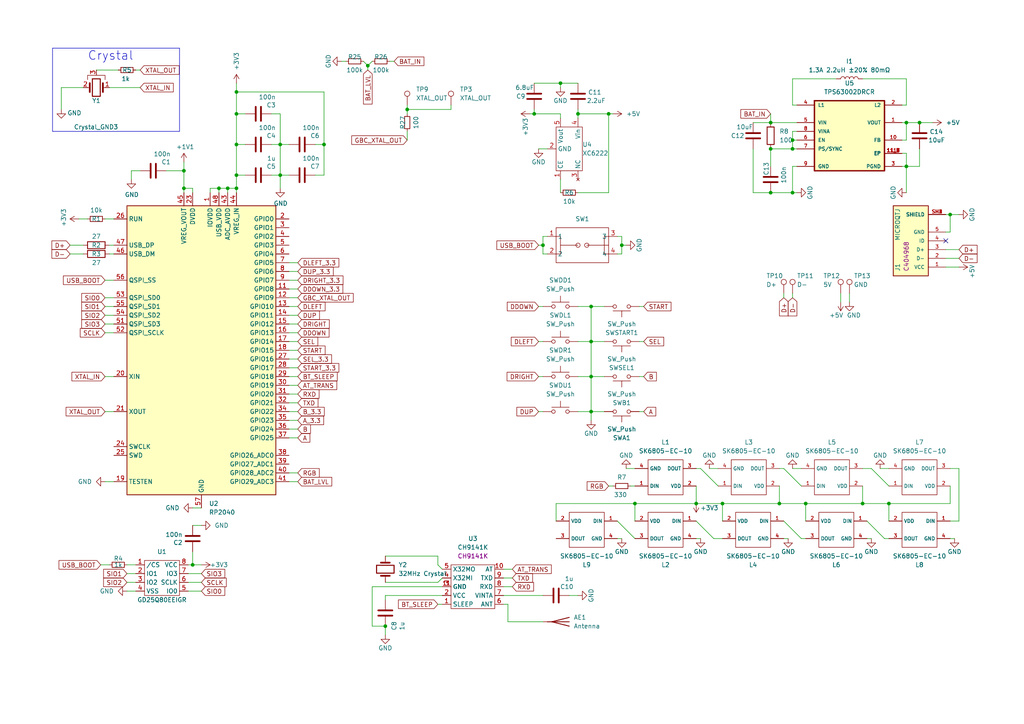
<source format=kicad_sch>
(kicad_sch (version 20231120) (generator "eeschema") (generator_version "8.0")
  (paper "A4")
  (junction (at 330.2 43.18))
  (junction (at 66.04 54.61))
  (junction (at 229.87 40.64))
  (junction (at 262.89 35.56))
  (junction (at 226.06 146.05))
  (junction (at 171.45 99.06))
  (junction (at 157.48 71.12))
  (junction (at 184.15 146.05))
  (junction (at 223.52 55.88))
  (junction (at 350.52 123.19))
  (junction (at 350.52 22.86))
  (junction (at 350.52 83.82))
  (junction (at 233.68 146.05))
  (junction (at 53.34 49.53))
  (junction (at 154.94 33.02))
  (junction (at 176.53 33.02))
  (junction (at 68.58 33.02))
  (junction (at 350.52 63.5))
  (junction (at 223.52 43.18))
  (junction (at 330.2 53.34))
  (junction (at 359.41 142.24))
  (junction (at 118.11 31.75))
  (junction (at 167.64 33.02))
  (junction (at 201.93 146.05))
  (junction (at 330.2 31.75))
  (junction (at 106.68 19.05))
  (junction (at 330.2 63.5))
  (junction (at 330.2 123.19))
  (junction (at 350.52 142.24))
  (junction (at 209.55 146.05))
  (junction (at 63.5 54.61))
  (junction (at 346.71 43.18))
  (junction (at 93.98 41.91))
  (junction (at 262.89 48.26))
  (junction (at 68.58 54.61))
  (junction (at 330.2 111.76))
  (junction (at 266.7 35.56))
  (junction (at 346.71 123.19))
  (junction (at 68.58 26.67))
  (junction (at 350.52 162.56))
  (junction (at 171.45 88.9))
  (junction (at 330.2 12.7))
  (junction (at 359.41 43.18))
  (junction (at 229.87 43.18))
  (junction (at 350.52 43.18))
  (junction (at 330.2 83.82))
  (junction (at 68.58 50.8))
  (junction (at 180.34 71.12))
  (junction (at 330.2 162.56))
  (junction (at 171.45 109.22))
  (junction (at 359.41 162.56))
  (junction (at 162.56 24.13))
  (junction (at 350.52 102.87))
  (junction (at 330.2 72.39))
  (junction (at 346.71 162.56))
  (junction (at 81.28 41.91))
  (junction (at 229.87 55.88))
  (junction (at 68.58 41.91))
  (junction (at 330.2 142.24))
  (junction (at 330.2 22.86))
  (junction (at 330.2 102.87))
  (junction (at 53.34 54.61))
  (junction (at 346.71 83.82))
  (junction (at 330.2 132.08))
  (junction (at 55.88 163.83))
  (junction (at 223.52 35.56))
  (junction (at 111.76 181.61))
  (junction (at 81.28 50.8))
  (junction (at 250.19 146.05))
  (junction (at 257.81 146.05))
  (junction (at 359.41 22.86))
  (junction (at 330.2 151.13))
  (junction (at 275.59 62.23))
  (junction (at 171.45 119.38))
  (junction (at 330.2 92.71))
  (no_connect (at 274.32 69.85))
  (wire (pts (xy 31.75 25.4) (xy 40.64 25.4)))
  (wire (pts (xy 330.2 72.39) (xy 330.2 73.66)))
  (wire (pts (xy 39.37 20.32) (xy 40.64 20.32)))
  (wire (pts (xy 341.63 115.57) (xy 341.63 111.76)))
  (wire (pts (xy 207.01 156.21) (xy 201.93 151.13)))
  (wire (pts (xy 83.82 96.52) (xy 86.36 96.52)))
  (wire (pts (xy 330.2 12.7) (xy 330.2 13.97)))
  (wire (pts (xy 36.83 166.37) (xy 39.37 166.37)))
  (wire (pts (xy 171.45 109.22) (xy 175.26 109.22)))
  (wire (pts (xy 55.88 160.02) (xy 55.88 163.83)))
  (wire (pts (xy 327.66 123.19) (xy 330.2 123.19)))
  (wire (pts (xy 201.93 156.21) (xy 203.2 156.21)))
  (wire (pts (xy 327.66 92.71) (xy 330.2 92.71)))
  (wire (pts (xy 226.06 135.89) (xy 227.33 135.89)))
  (wire (pts (xy 27.94 20.32) (xy 34.29 20.32)))
  (wire (pts (xy 350.52 72.39) (xy 350.52 73.66)))
  (wire (pts (xy 205.74 135.89) (xy 208.28 135.89)))
  (wire (pts (xy 262.89 44.45) (xy 261.62 44.45)))
  (wire (pts (xy 330.2 132.08) (xy 330.2 133.35)))
  (wire (pts (xy 111.76 181.61) (xy 111.76 184.15)))
  (wire (pts (xy 22.86 63.5) (xy 25.4 63.5)))
  (wire (pts (xy 330.2 151.13) (xy 330.2 152.4)))
  (wire (pts (xy 229.87 22.86) (xy 229.87 30.48)))
  (wire (pts (xy 275.59 140.97) (xy 275.59 146.05)))
  (wire (pts (xy 327.66 12.7) (xy 330.2 12.7)))
  (wire (pts (xy 341.63 72.39) (xy 330.2 72.39)))
  (wire (pts (xy 83.82 127) (xy 86.36 127)))
  (wire (pts (xy 218.44 35.56) (xy 223.52 35.56)))
  (wire (pts (xy 330.2 123.19) (xy 330.2 120.65)))
  (wire (pts (xy 93.98 26.67) (xy 68.58 26.67)))
  (wire (pts (xy 66.04 54.61) (xy 68.58 54.61)))
  (wire (pts (xy 223.52 33.02) (xy 223.52 35.56)))
  (wire (pts (xy 171.45 119.38) (xy 175.26 119.38)))
  (wire (pts (xy 330.2 53.34) (xy 341.63 53.34)))
  (wire (pts (xy 223.52 43.18) (xy 223.52 48.26)))
  (wire (pts (xy 255.27 135.89) (xy 257.81 135.89)))
  (wire (pts (xy 203.2 135.89) (xy 208.28 140.97)))
  (wire (pts (xy 336.55 83.82) (xy 330.2 83.82)))
  (wire (pts (xy 327.66 162.56) (xy 330.2 162.56)))
  (wire (pts (xy 157.48 68.58) (xy 158.75 68.58)))
  (wire (pts (xy 350.52 21.59) (xy 350.52 22.86)))
  (wire (pts (xy 201.93 135.89) (xy 203.2 135.89)))
  (wire (pts (xy 176.53 140.97) (xy 177.8 140.97)))
  (wire (pts (xy 350.52 31.75) (xy 350.52 33.02)))
  (wire (pts (xy 107.95 181.61) (xy 111.76 181.61)))
  (wire (pts (xy 278.13 135.89) (xy 278.13 151.13)))
  (wire (pts (xy 330.2 31.75) (xy 330.2 33.02)))
  (wire (pts (xy 167.64 88.9) (xy 171.45 88.9)))
  (wire (pts (xy 223.52 55.88) (xy 229.87 55.88)))
  (wire (pts (xy 83.82 124.46) (xy 86.36 124.46)))
  (wire (pts (xy 83.82 104.14) (xy 86.36 104.14)))
  (wire (pts (xy 106.68 19.05) (xy 106.68 20.32)))
  (wire (pts (xy 231.14 38.1) (xy 229.87 38.1)))
  (wire (pts (xy 209.55 146.05) (xy 226.06 146.05)))
  (wire (pts (xy 167.64 33.02) (xy 176.53 33.02)))
  (wire (pts (xy 68.58 50.8) (xy 68.58 54.61)))
  (wire (pts (xy 209.55 146.05) (xy 209.55 151.13)))
  (wire (pts (xy 146.05 167.64) (xy 148.59 167.64)))
  (wire (pts (xy 223.52 35.56) (xy 231.14 35.56)))
  (wire (pts (xy 350.52 151.13) (xy 350.52 152.4)))
  (polyline (pts (xy 15.24 13.97) (xy 15.24 38.1)))
  (wire (pts (xy 350.52 43.18) (xy 359.41 43.18)))
  (wire (pts (xy 111.76 172.72) (xy 111.76 173.99)))
  (wire (pts (xy 242.57 22.86) (xy 229.87 22.86)))
  (wire (pts (xy 262.89 48.26) (xy 262.89 55.88)))
  (wire (pts (xy 229.87 30.48) (xy 231.14 30.48)))
  (wire (pts (xy 227.33 156.21) (xy 228.6 156.21)))
  (wire (pts (xy 327.66 132.08) (xy 330.2 132.08)))
  (wire (pts (xy 53.34 54.61) (xy 55.88 54.61)))
  (polyline (pts (xy 52.07 38.1) (xy 15.24 38.1)))
  (wire (pts (xy 229.87 48.26) (xy 231.14 48.26)))
  (wire (pts (xy 127 168.91) (xy 128.27 167.64)))
  (wire (pts (xy 81.28 50.8) (xy 78.74 50.8)))
  (wire (pts (xy 262.89 40.64) (xy 262.89 35.56)))
  (wire (pts (xy 350.52 62.23) (xy 350.52 63.5)))
  (wire (pts (xy 29.21 163.83) (xy 31.75 163.83)))
  (wire (pts (xy 78.74 33.02) (xy 81.28 33.02)))
  (wire (pts (xy 341.63 154.94) (xy 341.63 151.13)))
  (wire (pts (xy 226.06 146.05) (xy 233.68 146.05)))
  (wire (pts (xy 275.59 135.89) (xy 278.13 135.89)))
  (wire (pts (xy 157.48 73.66) (xy 158.75 73.66)))
  (wire (pts (xy 330.2 22.86) (xy 335.28 22.86)))
  (wire (pts (xy 55.88 54.61) (xy 55.88 55.88)))
  (wire (pts (xy 209.55 156.21) (xy 207.01 156.21)))
  (wire (pts (xy 346.71 43.18) (xy 350.52 43.18)))
  (wire (pts (xy 246.38 85.09) (xy 246.38 87.63)))
  (wire (pts (xy 63.5 54.61) (xy 66.04 54.61)))
  (wire (pts (xy 231.14 40.64) (xy 229.87 40.64)))
  (wire (pts (xy 167.64 31.75) (xy 167.64 33.02)))
  (wire (pts (xy 341.63 92.71) (xy 341.63 95.25)))
  (wire (pts (xy 180.34 71.12) (xy 181.61 71.12)))
  (wire (pts (xy 83.82 93.98) (xy 86.36 93.98)))
  (wire (pts (xy 350.52 43.18) (xy 350.52 40.64)))
  (wire (pts (xy 68.58 41.91) (xy 71.12 41.91)))
  (wire (pts (xy 93.98 41.91) (xy 93.98 50.8)))
  (wire (pts (xy 330.2 140.97) (xy 330.2 142.24)))
  (wire (pts (xy 330.2 62.23) (xy 330.2 63.5)))
  (wire (pts (xy 107.95 170.18) (xy 107.95 181.61)))
  (wire (pts (xy 330.2 21.59) (xy 330.2 22.86)))
  (wire (pts (xy 327.66 22.86) (xy 330.2 22.86)))
  (wire (pts (xy 54.61 171.45) (xy 58.42 171.45)))
  (wire (pts (xy 171.45 99.06) (xy 175.26 99.06)))
  (wire (pts (xy 48.26 49.53) (xy 53.34 49.53)))
  (wire (pts (xy 243.84 85.09) (xy 243.84 87.63)))
  (wire (pts (xy 156.21 119.38) (xy 157.48 119.38)))
  (wire (pts (xy 229.87 55.88) (xy 231.14 55.88)))
  (wire (pts (xy 156.21 43.18) (xy 158.75 43.18)))
  (wire (pts (xy 201.93 146.05) (xy 209.55 146.05)))
  (wire (pts (xy 156.21 71.12) (xy 157.48 71.12)))
  (wire (pts (xy 68.58 24.13) (xy 68.58 26.67)))
  (wire (pts (xy 275.59 156.21) (xy 276.86 156.21)))
  (wire (pts (xy 359.41 43.18) (xy 360.68 43.18)))
  (wire (pts (xy 274.32 77.47) (xy 278.13 77.47)))
  (wire (pts (xy 250.19 135.89) (xy 252.73 135.89)))
  (wire (pts (xy 154.94 31.75) (xy 154.94 33.02)))
  (wire (pts (xy 83.82 86.36) (xy 86.36 86.36)))
  (wire (pts (xy 83.82 91.44) (xy 86.36 91.44)))
  (wire (pts (xy 81.28 50.8) (xy 81.28 54.61)))
  (wire (pts (xy 330.2 102.87) (xy 335.28 102.87)))
  (wire (pts (xy 179.07 73.66) (xy 180.34 73.66)))
  (wire (pts (xy 350.52 123.19) (xy 360.68 123.19)))
  (wire (pts (xy 233.68 156.21) (xy 232.41 156.21)))
  (wire (pts (xy 341.63 12.7) (xy 341.63 15.24)))
  (wire (pts (xy 91.44 41.91) (xy 93.98 41.91)))
  (wire (pts (xy 330.2 162.56) (xy 330.2 160.02)))
  (wire (pts (xy 346.71 162.56) (xy 350.52 162.56)))
  (wire (pts (xy 266.7 43.18) (xy 266.7 48.26)))
  (wire (pts (xy 359.41 22.86) (xy 360.68 22.86)))
  (wire (pts (xy 257.81 146.05) (xy 275.59 146.05)))
  (wire (pts (xy 229.87 40.64) (xy 229.87 43.18)))
  (wire (pts (xy 350.52 111.76) (xy 350.52 113.03)))
  (wire (pts (xy 93.98 26.67) (xy 93.98 41.91)))
  (wire (pts (xy 162.56 52.07) (xy 162.56 55.88)))
  (wire (pts (xy 274.32 72.39) (xy 278.13 72.39)))
  (wire (pts (xy 107.95 17.78) (xy 106.68 19.05)))
  (wire (pts (xy 262.89 35.56) (xy 266.7 35.56)))
  (wire (pts (xy 184.15 146.05) (xy 201.93 146.05)))
  (wire (pts (xy 78.74 41.91) (xy 81.28 41.91)))
  (wire (pts (xy 184.15 146.05) (xy 184.15 151.13)))
  (wire (pts (xy 167.64 119.38) (xy 171.45 119.38)))
  (wire (pts (xy 147.32 180.34) (xy 157.48 180.34)))
  (wire (pts (xy 30.48 91.44) (xy 33.02 91.44)))
  (wire (pts (xy 106.68 19.05) (xy 105.41 17.78)))
  (wire (pts (xy 262.89 30.48) (xy 261.62 30.48)))
  (wire (pts (xy 162.56 34.29) (xy 162.56 33.02)))
  (wire (pts (xy 36.83 163.83) (xy 39.37 163.83)))
  (wire (pts (xy 180.34 71.12) (xy 180.34 73.66)))
  (wire (pts (xy 83.82 119.38) (xy 86.36 119.38)))
  (wire (pts (xy 350.52 102.87) (xy 360.68 102.87)))
  (wire (pts (xy 171.45 88.9) (xy 175.26 88.9)))
  (wire (pts (xy 63.5 54.61) (xy 63.5 55.88)))
  (wire (pts (xy 350.52 92.71) (xy 350.52 93.98)))
  (wire (pts (xy 66.04 54.61) (xy 66.04 55.88)))
  (wire (pts (xy 161.29 146.05) (xy 161.29 151.13)))
  (wire (pts (xy 30.48 93.98) (xy 33.02 93.98)))
  (wire (pts (xy 130.81 30.48) (xy 130.81 31.75)))
  (wire (pts (xy 68.58 41.91) (xy 68.58 50.8)))
  (wire (pts (xy 347.98 22.86) (xy 350.52 22.86)))
  (wire (pts (xy 186.69 99.06) (xy 185.42 99.06)))
  (wire (pts (xy 266.7 35.56) (xy 270.51 35.56)))
  (wire (pts (xy 179.07 156.21) (xy 180.34 156.21)))
  (wire (pts (xy 182.88 140.97) (xy 184.15 140.97)))
  (wire (pts (xy 233.68 146.05) (xy 250.19 146.05)))
  (wire (pts (xy 71.12 33.02) (xy 68.58 33.02)))
  (wire (pts (xy 83.82 137.16) (xy 86.36 137.16)))
  (wire (pts (xy 146.05 165.1) (xy 148.59 165.1)))
  (wire (pts (xy 350.52 101.6) (xy 350.52 102.87)))
  (wire (pts (xy 53.34 46.99) (xy 53.34 49.53)))
  (wire (pts (xy 350.52 162.56) (xy 359.41 162.56)))
  (wire (pts (xy 31.75 71.12) (xy 33.02 71.12)))
  (wire (pts (xy 127 161.29) (xy 127 163.83)))
  (wire (pts (xy 336.55 162.56) (xy 330.2 162.56)))
  (wire (pts (xy 252.73 135.89) (xy 257.81 140.97)))
  (wire (pts (xy 350.52 12.7) (xy 350.52 13.97)))
  (wire (pts (xy 336.55 123.19) (xy 330.2 123.19)))
  (wire (pts (xy 60.96 55.88) (xy 60.96 54.61)))
  (wire (pts (xy 229.87 38.1) (xy 229.87 40.64)))
  (wire (pts (xy 347.98 102.87) (xy 350.52 102.87)))
  (wire (pts (xy 227.33 85.09) (xy 227.33 86.36)))
  (wire (pts (xy 327.66 83.82) (xy 330.2 83.82)))
  (wire (pts (xy 345.44 83.82) (xy 346.71 83.82)))
  (wire (pts (xy 261.62 40.64) (xy 262.89 40.64)))
  (wire (pts (xy 186.69 109.22) (xy 185.42 109.22)))
  (wire (pts (xy 229.87 85.09) (xy 229.87 86.36)))
  (wire (pts (xy 54.61 163.83) (xy 55.88 163.83)))
  (wire (pts (xy 30.48 86.36) (xy 33.02 86.36)))
  (wire (pts (xy 345.44 162.56) (xy 346.71 162.56)))
  (wire (pts (xy 327.66 43.18) (xy 330.2 43.18)))
  (wire (pts (xy 330.2 53.34) (xy 330.2 54.61)))
  (wire (pts (xy 99.06 17.78) (xy 100.33 17.78)))
  (wire (pts (xy 24.13 71.12) (xy 20.32 71.12)))
  (wire (pts (xy 161.29 146.05) (xy 184.15 146.05)))
  (wire (pts (xy 167.64 34.29) (xy 167.64 33.02)))
  (wire (pts (xy 153.67 33.02) (xy 154.94 33.02)))
  (wire (pts (xy 350.52 140.97) (xy 350.52 142.24)))
  (wire (pts (xy 83.82 111.76) (xy 86.36 111.76)))
  (wire (pts (xy 111.76 172.72) (xy 128.27 172.72)))
  (wire (pts (xy 274.32 62.23) (xy 275.59 62.23)))
  (wire (pts (xy 83.82 76.2) (xy 86.36 76.2)))
  (wire (pts (xy 341.63 111.76) (xy 330.2 111.76)))
  (wire (pts (xy 30.48 109.22) (xy 33.02 109.22)))
  (wire (pts (xy 54.61 168.91) (xy 58.42 168.91)))
  (wire (pts (xy 256.54 156.21) (xy 251.46 151.13)))
  (wire (pts (xy 31.75 73.66) (xy 33.02 73.66)))
  (wire (pts (xy 36.83 168.91) (xy 39.37 168.91)))
  (wire (pts (xy 156.21 88.9) (xy 157.48 88.9)))
  (wire (pts (xy 341.63 35.56) (xy 341.63 31.75)))
  (wire (pts (xy 330.2 92.71) (xy 341.63 92.71)))
  (wire (pts (xy 167.64 55.88) (xy 176.53 55.88)))
  (wire (pts (xy 330.2 43.18) (xy 330.2 40.64)))
  (wire (pts (xy 68.58 26.67) (xy 68.58 33.02)))
  (wire (pts (xy 36.83 171.45) (xy 39.37 171.45)))
  (wire (pts (xy 107.95 170.18) (xy 128.27 170.18)))
  (wire (pts (xy 83.82 114.3) (xy 86.36 114.3)))
  (wire (pts (xy 262.89 22.86) (xy 262.89 30.48)))
  (wire (pts (xy 93.98 50.8) (xy 91.44 50.8)))
  (wire (pts (xy 157.48 71.12) (xy 157.48 73.66)))
  (wire (pts (xy 262.89 44.45) (xy 262.89 48.26)))
  (wire (pts (xy 350.52 132.08) (xy 350.52 133.35)))
  (wire (pts (xy 232.41 156.21) (xy 227.33 151.13)))
  (wire (pts (xy 118.11 31.75) (xy 130.81 31.75)))
  (wire (pts (xy 118.11 38.1) (xy 118.11 40.64)))
  (wire (pts (xy 167.64 99.06) (xy 171.45 99.06)))
  (wire (pts (xy 186.69 119.38) (xy 185.42 119.38)))
  (wire (pts (xy 83.82 99.06) (xy 86.36 99.06)))
  (wire (pts (xy 30.48 139.7) (xy 33.02 139.7)))
  (wire (pts (xy 147.32 175.26) (xy 147.32 180.34)))
  (wire (pts (xy 233.68 146.05) (xy 233.68 151.13)))
  (wire (pts (xy 350.52 162.56) (xy 350.52 160.02)))
  (wire (pts (xy 146.05 172.72) (xy 157.48 172.72)))
  (wire (pts (xy 350.52 53.34) (xy 350.52 54.61)))
  (wire (pts (xy 350.52 83.82) (xy 350.52 81.28)))
  (wire (pts (xy 83.82 88.9) (xy 86.36 88.9)))
  (wire (pts (xy 341.63 151.13) (xy 330.2 151.13)))
  (wire (pts (xy 257.81 146.05) (xy 257.81 151.13)))
  (wire (pts (xy 83.82 78.74) (xy 86.36 78.74)))
  (wire (pts (xy 347.98 142.24) (xy 350.52 142.24)))
  (wire (pts (xy 53.34 49.53) (xy 53.34 54.61)))
  (wire (pts (xy 162.56 24.13) (xy 167.64 24.13)))
  (wire (pts (xy 346.71 123.19) (xy 350.52 123.19)))
  (wire (pts (xy 201.93 140.97) (xy 201.93 146.05)))
  (wire (pts (xy 275.59 62.23) (xy 278.13 62.23)))
  (wire (pts (xy 266.7 48.26) (xy 262.89 48.26)))
  (wire (pts (xy 261.62 35.56) (xy 262.89 35.56)))
  (wire (pts (xy 111.76 168.91) (xy 127 168.91)))
  (wire (pts (xy 30.48 81.28) (xy 33.02 81.28)))
  (wire (pts (xy 350.52 63.5) (xy 360.68 63.5)))
  (wire (pts (xy 30.48 96.52) (xy 33.02 96.52)))
  (wire (pts (xy 68.58 33.02) (xy 68.58 41.91)))
  (wire (pts (xy 17.78 25.4) (xy 24.13 25.4)))
  (wire (pts (xy 171.45 99.06) (xy 171.45 109.22)))
  (wire (pts (xy 30.48 88.9) (xy 33.02 88.9)))
  (wire (pts (xy 345.44 43.18) (xy 346.71 43.18)))
  (wire (pts (xy 275.59 151.13) (xy 278.13 151.13)))
  (wire (pts (xy 345.44 123.19) (xy 346.71 123.19)))
  (wire (pts (xy 55.88 163.83) (xy 58.42 163.83)))
  (wire (pts (xy 40.64 49.53) (xy 38.1 49.53)))
  (wire (pts (xy 327.66 63.5) (xy 330.2 63.5)))
  (polyline (pts (xy 52.07 13.97) (xy 52.07 38.1)))
  (wire (pts (xy 68.58 54.61) (xy 68.58 55.88)))
  (wire (pts (xy 359.41 162.56) (xy 360.68 162.56)))
  (wire (pts (xy 336.55 43.18) (xy 330.2 43.18)))
  (wire (pts (xy 83.82 101.6) (xy 86.36 101.6)))
  (wire (pts (xy 156.21 99.06) (xy 157.48 99.06)))
  (wire (pts (xy 83.82 121.92) (xy 86.36 121.92)))
  (wire (pts (xy 251.46 156.21) (xy 252.73 156.21)))
  (wire (pts (xy 83.82 116.84) (xy 86.36 116.84)))
  (wire (pts (xy 341.63 132.08) (xy 341.63 134.62)))
  (wire (pts (xy 250.19 22.86) (xy 262.89 22.86)))
  (wire (pts (xy 227.33 135.89) (xy 232.41 140.97)))
  (wire (pts (xy 330.2 132.08) (xy 341.63 132.08)))
  (wire (pts (xy 81.28 41.91) (xy 81.28 50.8)))
  (wire (pts (xy 111.76 161.29) (xy 127 161.29)))
  (wire (pts (xy 81.28 41.91) (xy 83.82 41.91)))
  (wire (pts (xy 17.78 25.4) (xy 17.78 31.75)))
  (wire (pts (xy 257.81 156.21) (xy 256.54 156.21)))
  (wire (pts (xy 162.56 33.02) (xy 154.94 33.02)))
  (wire (pts (xy 157.48 68.58) (xy 157.48 71.12)))
  (wire (pts (xy 128.27 165.1) (xy 127 163.83)))
  (wire (pts (xy 341.63 31.75) (xy 330.2 31.75)))
  (wire (pts (xy 184.15 156.21) (xy 179.07 151.13)))
  (wire (pts (xy 113.03 17.78) (xy 114.3 17.78)))
  (wire (pts (xy 229.87 135.89) (xy 232.41 135.89)))
  (wire (pts (xy 274.32 74.93) (xy 278.13 74.93)))
  (wire (pts (xy 171.45 119.38) (xy 171.45 121.92)))
  (wire (pts (xy 229.87 48.26) (xy 229.87 55.88)))
  (wire (pts (xy 330.2 63.5) (xy 335.28 63.5)))
  (wire (pts (xy 327.66 142.24) (xy 330.2 142.24)))
  (wire (pts (xy 83.82 83.82) (xy 86.36 83.82)))
  (wire (pts (xy 38.1 49.53) (xy 38.1 52.07)))
  (wire (pts (xy 330.2 12.7) (xy 341.63 12.7)))
  (wire (pts (xy 330.2 83.82) (xy 330.2 81.28)))
  (wire (pts (xy 83.82 81.28) (xy 86.36 81.28)))
  (wire (pts (xy 350.52 83.82) (xy 360.68 83.82)))
  (wire (pts (xy 118.11 30.48) (xy 118.11 31.75)))
  (wire (pts (xy 176.53 33.02) (xy 177.8 33.02)))
  (wire (pts (xy 341.63 53.34) (xy 341.63 55.88)))
  (wire (pts (xy 68.58 50.8) (xy 71.12 50.8)))
  (wire (pts (xy 186.69 88.9) (xy 185.42 88.9)))
  (wire (pts (xy 180.34 68.58) (xy 180.34 71.12)))
  (wire (pts (xy 179.07 68.58) (xy 180.34 68.58)))
  (wire (pts (xy 30.48 63.5) (xy 33.02 63.5)))
  (wire (pts (xy 127 175.26) (xy 128.27 175.26)))
  (wire (pts (xy 341.63 76.2) (xy 341.63 72.39)))
  (wire (pts (xy 330.2 92.71) (xy 330.2 93.98)))
  (wire (pts (xy 83.82 109.22) (xy 86.36 109.22)))
  (wire (pts (xy 218.44 43.18) (xy 218.44 55.88)))
  (wire (pts (xy 223.52 43.18) (xy 229.87 43.18)))
  (wire (pts (xy 250.19 140.97) (xy 250.19 146.05)))
  (wire (pts (xy 154.94 24.13) (xy 162.56 24.13)))
  (wire (pts (xy 250.19 146.05) (xy 257.81 146.05)))
  (wire (pts (xy 181.61 135.89) (xy 184.15 135.89)))
  (wire (pts (xy 162.56 24.13) (xy 162.56 25.4)))
  (wire (pts (xy 167.64 109.22) (xy 171.45 109.22)))
  (wire (pts (xy 229.87 43.18) (xy 231.14 43.18)))
  (wire (pts (xy 274.32 67.31) (xy 275.59 67.31)))
  (wire (pts (xy 146.05 170.18) (xy 148.59 170.18)))
  (wire (pts (xy 81.28 50.8) (xy 83.82 50.8)))
  (polyline (pts (xy 15.24 13.97) (xy 52.07 13.97)))
  (wire (pts (xy 171.45 109.22) (xy 171.45 119.38)))
  (wire (pts (xy 81.28 33.02) (xy 81.28 41.91)))
  (wire (pts (xy 275.59 67.31) (xy 275.59 62.23)))
  (wire (pts (xy 146.05 175.26) (xy 147.32 175.26)))
  (wire (pts (xy 83.82 106.68) (xy 86.36 106.68)))
  (wire (pts (xy 53.34 54.61) (xy 53.34 55.88)))
  (wire (pts (xy 24.13 73.66) (xy 20.32 73.66)))
  (wire (pts (xy 165.1 172.72) (xy 167.64 172.72)))
  (wire (pts (xy 350.52 142.24) (xy 359.41 142.24)))
  (wire (pts (xy 30.48 119.38) (xy 33.02 119.38)))
  (wire (pts (xy 176.53 33.02) (xy 176.53 55.88)))
  (wire (pts (xy 55.88 147.32) (xy 58.42 147.32)))
  (wire (pts (xy 60.96 54.61) (xy 63.5 54.61)))
  (wire (pts (xy 359.41 142.24) (xy 360.68 142.24)))
  (wire (pts (xy 330.2 142.24) (xy 335.28 142.24)))
  (wire (pts (xy 83.82 139.7) (xy 86.36 139.7)))
  (wire (pts (xy 346.71 83.82) (xy 350.52 83.82)))
  (wire (pts (xy 330.2 111.76) (xy 330.2 113.03)))
  (wire (pts (xy 350.52 123.19) (xy 350.52 120.65)))
  (wire (pts (xy 118.11 31.75) (xy 118.11 33.02)))
  (wire (pts (xy 347.98 63.5) (xy 350.52 63.5)))
  (wire (pts (xy 327.66 53.34) (xy 330.2 53.34)))
  (wire (pts (xy 350.52 22.86) (xy 359.41 22.86)))
  (wire (pts (xy 55.88 152.4) (xy 58.42 152.4)))
  (wire (pts (xy 226.06 140.97) (xy 226.06 146.05)))
  (wire (pts (xy 330.2 101.6) (xy 330.2 102.87)))
  (wire (pts (xy 218.44 55.88) (xy 223.52 55.88)))
  (wire (pts (xy 262.89 48.26) (xy 261.62 48.26)))
  (wire (pts (xy 156.21 109.22) (xy 157.48 109.22)))
  (wire (pts (xy 327.66 102.87) (xy 330.2 102.87)))
  (wire (pts (xy 171.45 88.9) (xy 171.45 99.06)))
  (wire (pts (xy 54.61 166.37) (xy 58.42 166.37)))
  (text "Crystal" (at 25.4 17.78 0) (effects (font (size 2.54 2.54)) (justify left bottom)))
  (global_label "BAT_IN" (shape input) (at 223.52 33.02 180) (property "Intersheetrefs" "${INTERSHEET_REFS}" (effects (hide yes))))
  (global_label "SCLK" (shape input) (at 58.42 168.91 0) (property "Intersheetrefs" "${INTERSHEET_REFS}" (effects (hide yes))))
  (global_label "DUP" (shape input) (at 156.21 119.38 180) (property "Intersheetrefs" "${INTERSHEET_REFS}" (effects (hide yes))))
  (global_label "SEL_3.3" (shape input) (at 327.66 142.24 180) (property "Intersheetrefs" "${INTERSHEET_REFS}" (effects (hide yes))))
  (global_label "D+" (shape input) (at 278.13 72.39 0) (property "Intersheetrefs" "${INTERSHEET_REFS}" (effects (hide yes))))
  (global_label "TXD" (shape input) (at 86.36 116.84 0) (property "Intersheetrefs" "${INTERSHEET_REFS}" (effects (hide yes))))
  (global_label "START" (shape input) (at 186.69 88.9 0) (property "Intersheetrefs" "${INTERSHEET_REFS}" (effects (hide yes))))
  (global_label "B" (shape input) (at 86.36 124.46 0) (property "Intersheetrefs" "${INTERSHEET_REFS}" (effects (hide yes))))
  (global_label "XTAL_IN" (shape input) (at 30.48 109.22 180) (property "Intersheetrefs" "${INTERSHEET_REFS}" (effects (hide yes))))
  (global_label "RGB" (shape input) (at 86.36 137.16 0) (property "Intersheetrefs" "${INTERSHEET_REFS}" (effects (hide yes))))
  (global_label "DLEFT_3.3" (shape input) (at 327.66 83.82 180) (property "Intersheetrefs" "${INTERSHEET_REFS}" (effects (hide yes))))
  (global_label "RGB" (shape input) (at 176.53 140.97 180) (property "Intersheetrefs" "${INTERSHEET_REFS}" (effects (hide yes))))
  (global_label "GBC_XTAL_OUT" (shape input) (at 86.36 86.36 0) (property "Intersheetrefs" "${INTERSHEET_REFS}" (effects (hide yes))))
  (global_label "START_3.3" (shape input) (at 327.66 162.56 180) (property "Intersheetrefs" "${INTERSHEET_REFS}" (effects (hide yes))))
  (global_label "SIO3" (shape input) (at 30.48 93.98 180) (property "Intersheetrefs" "${INTERSHEET_REFS}" (effects (hide yes))))
  (global_label "A" (shape input) (at 86.36 127 0) (property "Intersheetrefs" "${INTERSHEET_REFS}" (effects (hide yes))))
  (global_label "USB_BOOT" (shape input) (at 29.21 163.83 180) (property "Intersheetrefs" "${INTERSHEET_REFS}" (effects (hide yes))))
  (global_label "DRIGHT_5" (shape input) (at 360.68 123.19 0) (property "Intersheetrefs" "${INTERSHEET_REFS}" (effects (hide yes))))
  (global_label "RXD" (shape input) (at 148.59 170.18 0) (property "Intersheetrefs" "${INTERSHEET_REFS}" (effects (hide yes))))
  (global_label "GBC_XTAL_OUT" (shape input) (at 118.11 40.64 180) (property "Intersheetrefs" "${INTERSHEET_REFS}" (effects (hide yes))))
  (global_label "XTAL_OUT" (shape input) (at 30.48 119.38 180) (property "Intersheetrefs" "${INTERSHEET_REFS}" (effects (hide yes))))
  (global_label "DUP_5" (shape input) (at 360.68 63.5 0) (property "Intersheetrefs" "${INTERSHEET_REFS}" (effects (hide yes))))
  (global_label "DLEFT_3.3" (shape input) (at 86.36 76.2 0) (property "Intersheetrefs" "${INTERSHEET_REFS}" (effects (hide yes))))
  (global_label "DDOWN_3.3" (shape input) (at 327.66 102.87 180) (property "Intersheetrefs" "${INTERSHEET_REFS}" (effects (hide yes))))
  (global_label "DLEFT" (shape input) (at 156.21 99.06 180) (property "Intersheetrefs" "${INTERSHEET_REFS}" (effects (hide yes))))
  (global_label "A_5" (shape input) (at 360.68 22.86 0) (property "Intersheetrefs" "${INTERSHEET_REFS}" (effects (hide yes))))
  (global_label "RXD" (shape input) (at 86.36 114.3 0) (property "Intersheetrefs" "${INTERSHEET_REFS}" (effects (hide yes))))
  (global_label "SEL" (shape input) (at 86.36 99.06 0) (property "Intersheetrefs" "${INTERSHEET_REFS}" (effects (hide yes))))
  (global_label "B" (shape input) (at 186.69 109.22 0) (property "Intersheetrefs" "${INTERSHEET_REFS}" (effects (hide yes))))
  (global_label "DLEFT_5" (shape input) (at 360.68 83.82 0) (property "Intersheetrefs" "${INTERSHEET_REFS}" (effects (hide yes))))
  (global_label "A_3.3" (shape input) (at 327.66 22.86 180) (property "Intersheetrefs" "${INTERSHEET_REFS}" (effects (hide yes))))
  (global_label "DDOWN_5" (shape input) (at 360.68 102.87 0) (property "Intersheetrefs" "${INTERSHEET_REFS}" (effects (hide yes))))
  (global_label "XTAL_IN" (shape input) (at 40.64 25.4 0) (property "Intersheetrefs" "${INTERSHEET_REFS}" (effects (hide yes))))
  (global_label "A_3.3" (shape input) (at 86.36 121.92 0) (property "Intersheetrefs" "${INTERSHEET_REFS}" (effects (hide yes))))
  (global_label "D+" (shape input) (at 20.32 71.12 180) (property "Intersheetrefs" "${INTERSHEET_REFS}" (effects (hide yes))))
  (global_label "DRIGHT" (shape input) (at 156.21 109.22 180) (property "Intersheetrefs" "${INTERSHEET_REFS}" (effects (hide yes))))
  (global_label "DUP_3.3" (shape input) (at 327.66 63.5 180) (property "Intersheetrefs" "${INTERSHEET_REFS}" (effects (hide yes))))
  (global_label "B_3.3" (shape input) (at 327.66 43.18 180) (property "Intersheetrefs" "${INTERSHEET_REFS}" (effects (hide yes))))
  (global_label "BAT_IN" (shape input) (at 114.3 17.78 0) (property "Intersheetrefs" "${INTERSHEET_REFS}" (effects (hide yes))))
  (global_label "DDOWN" (shape input) (at 156.21 88.9 180) (property "Intersheetrefs" "${INTERSHEET_REFS}" (effects (hide yes))))
  (global_label "D-" (shape input) (at 20.32 73.66 180) (property "Intersheetrefs" "${INTERSHEET_REFS}" (effects (hide yes))))
  (global_label "SIO1" (shape input) (at 36.83 166.37 180) (property "Intersheetrefs" "${INTERSHEET_REFS}" (effects (hide yes))))
  (global_label "SIO0" (shape input) (at 58.42 171.45 0) (property "Intersheetrefs" "${INTERSHEET_REFS}" (effects (hide yes))))
  (global_label "SEL_5" (shape input) (at 360.68 142.24 0) (property "Intersheetrefs" "${INTERSHEET_REFS}" (effects (hide yes))))
  (global_label "DLEFT" (shape input) (at 86.36 88.9 0) (property "Intersheetrefs" "${INTERSHEET_REFS}" (effects (hide yes))))
  (global_label "START_5" (shape input) (at 360.68 162.56 0) (property "Intersheetrefs" "${INTERSHEET_REFS}" (effects (hide yes))))
  (global_label "USB_BOOT" (shape input) (at 30.48 81.28 180) (property "Intersheetrefs" "${INTERSHEET_REFS}" (effects (hide yes))))
  (global_label "AT_TRANS" (shape input) (at 86.36 111.76 0) (property "Intersheetrefs" "${INTERSHEET_REFS}" (effects (hide yes))))
  (global_label "SEL_3.3" (shape input) (at 86.36 104.14 0) (property "Intersheetrefs" "${INTERSHEET_REFS}" (effects (hide yes))))
  (global_label "DUP_3.3" (shape input) (at 86.36 78.74 0) (property "Intersheetrefs" "${INTERSHEET_REFS}" (effects (hide yes))))
  (global_label "TXD" (shape input) (at 148.59 167.64 0) (property "Intersheetrefs" "${INTERSHEET_REFS}" (effects (hide yes))))
  (global_label "B_5" (shape input) (at 360.68 43.18 0) (property "Intersheetrefs" "${INTERSHEET_REFS}" (effects (hide yes))))
  (global_label "BT_SLEEP" (shape input) (at 86.36 109.22 0) (property "Intersheetrefs" "${INTERSHEET_REFS}" (effects (hide yes))))
  (global_label "SIO2" (shape input) (at 36.83 168.91 180) (property "Intersheetrefs" "${INTERSHEET_REFS}" (effects (hide yes))))
  (global_label "D-" (shape input) (at 229.87 86.36 270) (property "Intersheetrefs" "${INTERSHEET_REFS}" (effects (hide yes))))
  (global_label "SCLK" (shape input) (at 30.48 96.52 180) (property "Intersheetrefs" "${INTERSHEET_REFS}" (effects (hide yes))))
  (global_label "SEL" (shape input) (at 186.69 99.06 0) (property "Intersheetrefs" "${INTERSHEET_REFS}" (effects (hide yes))))
  (global_label "DUP" (shape input) (at 86.36 91.44 0) (property "Intersheetrefs" "${INTERSHEET_REFS}" (effects (hide yes))))
  (global_label "D-" (shape input) (at 278.13 74.93 0) (property "Intersheetrefs" "${INTERSHEET_REFS}" (effects (hide yes))))
  (global_label "DRIGHT_3.3" (shape input) (at 327.66 123.19 180) (property "Intersheetrefs" "${INTERSHEET_REFS}" (effects (hide yes))))
  (global_label "B_3.3" (shape input) (at 86.36 119.38 0) (property "Intersheetrefs" "${INTERSHEET_REFS}" (effects (hide yes))))
  (global_label "BT_SLEEP" (shape input) (at 127 175.26 180) (property "Intersheetrefs" "${INTERSHEET_REFS}" (effects (hide yes))))
  (global_label "XTAL_OUT" (shape input) (at 40.64 20.32 0) (property "Intersheetrefs" "${INTERSHEET_REFS}" (effects (hide yes))))
  (global_label "SIO0" (shape input) (at 30.48 86.36 180) (property "Intersheetrefs" "${INTERSHEET_REFS}" (effects (hide yes))))
  (global_label "SIO2" (shape input) (at 30.48 91.44 180) (property "Intersheetrefs" "${INTERSHEET_REFS}" (effects (hide yes))))
  (global_label "D+" (shape input) (at 227.33 86.36 270) (property "Intersheetrefs" "${INTERSHEET_REFS}" (effects (hide yes))))
  (global_label "BAT_LVL" (shape input) (at 86.36 139.7 0) (property "Intersheetrefs" "${INTERSHEET_REFS}" (effects (hide yes))))
  (global_label "A" (shape input) (at 186.69 119.38 0) (property "Intersheetrefs" "${INTERSHEET_REFS}" (effects (hide yes))))
  (global_label "DRIGHT_3.3" (shape input) (at 86.36 81.28 0) (property "Intersheetrefs" "${INTERSHEET_REFS}" (effects (hide yes))))
  (global_label "DDOWN" (shape input) (at 86.36 96.52 0) (property "Intersheetrefs" "${INTERSHEET_REFS}" (effects (hide yes))))
  (global_label "START_3.3" (shape input) (at 86.36 106.68 0) (property "Intersheetrefs" "${INTERSHEET_REFS}" (effects (hide yes))))
  (global_label "START" (shape input) (at 86.36 101.6 0) (property "Intersheetrefs" "${INTERSHEET_REFS}" (effects (hide yes))))
  (global_label "SIO1" (shape input) (at 30.48 88.9 180) (property "Intersheetrefs" "${INTERSHEET_REFS}" (effects (hide yes))))
  (global_label "DRIGHT" (shape input) (at 86.36 93.98 0) (property "Intersheetrefs" "${INTERSHEET_REFS}" (effects (hide yes))))
  (global_label "SIO3" (shape input) (at 58.42 166.37 0) (property "Intersheetrefs" "${INTERSHEET_REFS}" (effects (hide yes))))
  (global_label "USB_BOOT" (shape input) (at 156.21 71.12 180) (property "Intersheetrefs" "${INTERSHEET_REFS}" (effects (hide yes))))
  (global_label "AT_TRANS" (shape input) (at 148.59 165.1 0) (property "Intersheetrefs" "${INTERSHEET_REFS}" (effects (hide yes))))
  (global_label "BAT_LVL" (shape input) (at 106.68 20.32 270) (property "Intersheetrefs" "${INTERSHEET_REFS}" (effects (hide yes))))
  (global_label "DDOWN_3.3" (shape input) (at 86.36 83.82 0) (property "Intersheetrefs" "${INTERSHEET_REFS}" (effects (hide yes))))
  (symbol (lib_id "Device:R") (at 350.52 116.84 0) (unit 1)
    (property "Reference" "R22" (at 353.06 115.5699 0) (effects (justify left)))
    (property "Value" "1k" (at 353.06 118.1099 0) (effects (justify left)))
    (property "Footprint" "Resistor_SMD:R_0201_0603Metric" (effects (hide yes)))
  )
  (symbol (lib_id "Device:Crystal") (at 111.76 165.1 270) (unit 1)
    (property "Reference" "Y2" (at 115.57 163.83 90) (effects (justify left)))
    (property "Value" "32MHz Crystal" (at 115.57 166.37 90) (effects (justify left)))
    (property "Footprint" "Oscillator:Oscillator_SMD_EuroQuartz_XO32-4Pin_3.2x2.5mm" (effects (hide yes)))
    (property "Datasheet" "https://www.lcsc.com/datasheet/lcsc_datasheet_2309061001_JWT-CF4032M00012T5074007_C16197273.pdf" (effects (hide yes)))
    (property "MPN" "CF4032M00012T5074007" (effects (hide yes)))
  )
  (symbol (lib_id "Device:R") (at 330.2 156.21 0) (unit 1)
    (property "Reference" "R16" (at 332.74 154.9399 0) (effects (justify left)))
    (property "Value" "1k" (at 332.74 157.4799 0) (effects (justify left)))
    (property "Footprint" "Resistor_SMD:R_0201_0603Metric" (effects (hide yes)))
  )
  (symbol (lib_id "power:GND") (at 167.64 172.72 90) (unit 1)
    (property "Reference" "#PWR016" (effects (hide yes)))
    (property "Value" "GND" (at 171.45 172.72 0))
  )
  (symbol (lib_id "Device:R") (at 350.52 58.42 0) (unit 1)
    (property "Reference" "R19" (at 353.06 57.1499 0) (effects (justify left)))
    (property "Value" "1k" (at 353.06 59.6899 0) (effects (justify left)))
    (property "Footprint" "Resistor_SMD:R_0201_0603Metric" (effects (hide yes)))
  )
  (symbol (lib_id "power:GND") (at 38.1 52.07 0) (unit 1)
    (property "Reference" "#PWR05" (effects (hide yes)))
    (property "Value" "GND" (at 38.227 56.4642 0))
  )
  (symbol (lib_id "power:GND") (at 255.27 135.89 180) (unit 1)
    (property "Reference" "#PWR027" (effects (hide yes)))
    (property "Value" "GND" (at 255.27 132.08 0))
  )
  (symbol (lib_id "power:GND") (at 156.21 43.18 0) (unit 1)
    (property "Reference" "#PWR014" (effects (hide yes)))
    (property "Value" "GND" (at 156.21 46.99 0))
  )
  (symbol (lib_id "Device:C") (at 154.94 27.94 180) (unit 1)
    (property "Reference" "C9" (at 152.4 27.94 0) (effects (justify left)))
    (property "Value" "6.8uF" (at 154.94 25.4 0) (effects (justify left)))
    (property "Footprint" "Capacitor_SMD:C_0603_1608Metric" (effects (hide yes)))
  )
  (symbol (lib_id "power:+5V") (at 350.52 111.76 270) (unit 1)
    (property "Reference" "#PWR044" (effects (hide yes)))
    (property "Value" "+5V" (at 354.33 111.76 90) (effects (justify left)))
  )
  (symbol (lib_id "hhl:MICROQTJ") (at 264.16 69.85 180) (unit 1)
    (property "Reference" "J1" (at 260.35 78.74 90) (effects (justify right)))
    (property "Value" "MICROQTJ" (at 260.35 69.85 90) (effects (justify right)))
    (property "Footprint" "hhl:SHOUHAN_MICROQTJ" (effects (hide yes)))
    (property "Datasheet" "https://www.lcsc.com/datasheet/lcsc_datasheet_1912111437_SHOU-HAN-MicroQTJ_C404968.pdf" (effects (hide yes)))
    (property "Description" "\n" (effects (hide yes)))
    (property "MF" "shou han" (effects (hide yes)))
    (property "MAXIMUM_PACKAGE_HEIGHT" "2.4 mm" (effects (hide yes)))
    (property "Package" "None" (effects (hide yes)))
    (property "Price" "None" (effects (hide yes)))
    (property "Check_prices" "https://www.snapeda.com/parts/MICROQTJ/Shouhan/view-part/?ref=eda" (effects (hide yes)))
    (property "STANDARD" "Manufacturer Recommendations" (effects (hide yes)))
    (property "PARTREV" "A/0" (effects (hide yes)))
    (property "SnapEDA_Link" "https://www.snapeda.com/parts/MICROQTJ/Shouhan/view-part/?ref=snap" (effects (hide yes)))
    (property "MPN" "MICROQTJ" (effects (hide yes)))
    (property "MANUFACTURER" "Shouhan" (effects (hide yes)))
    (property "Availability" "Not in stock" (effects (hide yes)))
    (property "SNAPEDA_PN" "MICROQTJ" (effects (hide yes)))
    (property "LCSC" "C404968" (at 262.89 78.74 90) (effects (justify right)))
  )
  (symbol (lib_id "Device:R") (at 350.52 17.78 0) (unit 1)
    (property "Reference" "R17" (at 353.06 16.5099 0) (effects (justify left)))
    (property "Value" "1k" (at 353.06 19.0499 0) (effects (justify left)))
    (property "Footprint" "Resistor_SMD:R_0201_0603Metric" (effects (hide yes)))
  )
  (symbol (lib_id "power:GND") (at 58.42 152.4 90) (unit 1)
    (property "Reference" "#PWR08" (effects (hide yes)))
    (property "Value" "GND" (at 62.23 152.4 90) (effects (justify right)))
  )
  (symbol (lib_id "power:GND") (at 181.61 71.12 90) (unit 1)
    (property "Reference" "#PWR018" (effects (hide yes)))
    (property "Value" "GND" (at 185.42 71.12 0))
  )
  (symbol (lib_id "Connector:TestPoint") (at 246.38 85.09 0) (unit 1)
    (property "Reference" "TP13" (at 247.65 80.01 0) (effects (justify left)))
    (property "Value" "GND" (at 247.65 82.55 0) (effects (justify left)))
    (property "Footprint" "TestPoint:TestPoint_Pad_2.5x2.5mm" (effects (hide yes)))
  )
  (symbol (lib_id "Device:C") (at 218.44 39.37 180) (unit 1)
    (property "Reference" "C12" (at 215.9 39.37 0) (effects (justify left)))
    (property "Value" "10uF" (at 218.44 36.83 0) (effects (justify left)))
    (property "Footprint" "Capacitor_SMD:C_0805_2012Metric" (effects (hide yes)))
  )
  (symbol (lib_id "Switch:SW_Push") (at 162.56 109.22 0) (unit 1)
    (property "Reference" "SWDR1" (at 162.56 101.6 0))
    (property "Value" "SW_Push" (at 162.56 104.14 0))
    (property "Footprint" "hhl:ring_dpad" (effects (hide yes)))
  )
  (symbol (lib_id "power:GND") (at 99.06 17.78 270) (unit 1)
    (property "Reference" "#PWR048" (effects (hide yes)))
    (property "Value" "GND" (at 95.25 17.78 0))
  )
  (symbol (lib_id "hhl:TPS63000DRCR") (at 246.38 38.1 0) (unit 1)
    (property "Reference" "U5" (at 246.38 24.13 0))
    (property "Value" "TPS63002DRCR" (at 246.38 26.67 0))
    (property "Footprint" "hhl:VREG_V62_16624-01YE" (effects (hide yes)))
    (property "Description" "\nHigh efficiency Buck-Boost Converter with 1.8A Current Switches in 3x3 QFN\n" (effects (hide yes)))
    (property "MF" "Texas Instruments" (effects (hide yes)))
    (property "Package" "VSON-10 Texas Instruments" (effects (hide yes)))
    (property "Price" "None" (effects (hide yes)))
    (property "SnapEDA_Link" "https://www.snapeda.com/parts/TPS63000DRCR/Texas+Instruments/view-part/?ref=snap" (effects (hide yes)))
    (property "MPN" "TPS63002DRCR" (effects (hide yes)))
    (property "Purchase-URL" "https://www.snapeda.com/api/url_track_click_mouser/?unipart_id=43802&manufacturer=Texas Instruments&part_name=TPS63000DRCR&search_term=tps63000drcr" (effects (hide yes)))
    (property "Availability" "In Stock" (effects (hide yes)))
    (property "Check_prices" "https://www.snapeda.com/parts/TPS63000DRCR/Texas+Instruments/view-part/?ref=eda" (effects (hide yes)))
  )
  (symbol (lib_id "power:+3V3") (at 330.2 72.39 90) (unit 1)
    (property "Reference" "#PWR036" (effects (hide yes)))
    (property "Value" "+3V3" (at 323.85 72.39 90))
  )
  (symbol (lib_id "Device:R_Small") (at 36.83 20.32 90) (unit 1)
    (property "Reference" "R5" (at 36.83 20.32 90))
    (property "Value" "1k" (at 36.449 22.86 90))
    (property "Footprint" "Resistor_SMD:R_0201_0603Metric" (effects (hide yes)))
  )
  (symbol (lib_id "Device:R_Small") (at 110.49 17.78 90) (unit 1)
    (property "Reference" "R26" (at 110.49 16.51 90))
    (property "Value" "100k" (at 110.49 20.32 90))
    (property "Footprint" "Resistor_SMD:R_0201_0603Metric" (effects (hide yes)))
  )
  (symbol (lib_id "Switch:SW_Push") (at 162.56 119.38 0) (unit 1)
    (property "Reference" "SWDU1" (at 162.56 111.76 0))
    (property "Value" "SW_Push" (at 162.56 114.3 0))
    (property "Footprint" "hhl:ring_dpad" (effects (hide yes)))
  )
  (symbol (lib_id "power:GND") (at 181.61 135.89 180) (unit 1)
    (property "Reference" "#PWR019" (effects (hide yes)))
    (property "Value" "GND" (at 181.61 132.08 0))
  )
  (symbol (lib_id "hhl:XC6222B331PR-G") (at 165.1 43.18 90) (unit 1)
    (property "Reference" "U4" (at 168.91 41.91 90) (effects (justify right)))
    (property "Value" "XC6222" (at 168.91 44.45 90) (effects (justify right)))
    (property "Footprint" "hhl:SOT-89-5" (effects (hide yes)))
    (property "Datasheet" "https://mm.digikey.com/Volume0/opasdata/d220001/medias/docus/642/XC6222.pdf" (effects (hide yes)))
    (property "MPN" "XC6222B331PR-G" (effects (hide yes)))
  )
  (symbol (lib_id "Connector:TestPoint") (at 359.41 22.86 0) (unit 1)
    (property "Reference" "TP1" (at 361.95 18.288 0) (effects (justify left)))
    (property "Value" "TestPoint" (at 361.95 20.828 0) (effects (justify left)))
    (property "Footprint" "TestPoint:TestPoint_Pad_2.5x2.5mm" (effects (hide yes)))
  )
  (symbol (lib_id "Device:C") (at 87.63 50.8 90) (unit 1)
    (property "Reference" "C7" (at 92.71 48.26 90) (effects (justify left)))
    (property "Value" "100n" (at 92.71 45.9486 90) (effects (justify left)))
    (property "Footprint" "Capacitor_SMD:C_0402_1005Metric" (effects (hide yes)))
  )
  (symbol (lib_id "gcp2:SK6805-EC-15") (at 241.3 138.43 0) (unit 1)
    (property "Reference" "L5" (at 241.3 128.27 0))
    (property "Value" "SK6805-EC-10" (at 241.3 130.81 0))
    (property "Footprint" "hhl:SK6805-EC-10" (effects (hide yes)))
    (property "Datasheet" "${KIPRJMOD}/../progcc_v3_libs/docs/SK6805-EC-15.pdf" (effects (hide yes)))
  )
  (symbol (lib_id "power:GND") (at 262.89 55.88 270) (unit 1)
    (property "Reference" "#PWR028" (effects (hide yes)))
    (property "Value" "GND" (at 259.08 55.88 0))
  )
  (symbol (lib_id "gcp2:SK6805-EC-15") (at 242.57 153.67 180) (unit 1)
    (property "Reference" "L6" (at 242.57 163.83 0))
    (property "Value" "SK6805-EC-10" (at 242.57 161.29 0))
    (property "Footprint" "hhl:SK6805-EC-10" (effects (hide yes)))
    (property "Datasheet" "${KIPRJMOD}/../progcc_v3_libs/docs/SK6805-EC-15.pdf" (effects (hide yes)))
  )
  (symbol (lib_id "Device:C") (at 87.63 41.91 90) (unit 1)
    (property "Reference" "C6" (at 92.71 39.37 90) (effects (justify left)))
    (property "Value" "100n" (at 92.71 37.0586 90) (effects (justify left)))
    (property "Footprint" "Capacitor_SMD:C_0402_1005Metric" (effects (hide yes)))
  )
  (symbol (lib_id "power:+3V3") (at 330.2 31.75 90) (unit 1)
    (property "Reference" "#PWR035" (effects (hide yes)))
    (property "Value" "+3V3" (at 323.85 31.75 90))
  )
  (symbol (lib_id "Device:R_Small") (at 165.1 55.88 90) (unit 1)
    (property "Reference" "R6" (at 165.1 55.88 90))
    (property "Value" "10k" (at 165.1 58.42 90))
    (property "Footprint" "Resistor_SMD:R_0201_0603Metric" (effects (hide yes)))
  )
  (symbol (lib_id "Connector:TestPoint") (at 229.87 85.09 0) (unit 1)
    (property "Reference" "TP11" (at 231.14 80.01 0) (effects (justify left)))
    (property "Value" "D-" (at 231.14 82.55 0) (effects (justify left)))
    (property "Footprint" "TestPoint:TestPoint_Pad_2.5x2.5mm" (effects (hide yes)))
  )
  (symbol (lib_id "Device:C") (at 74.93 33.02 90) (unit 1)
    (property "Reference" "C3" (at 80.01 30.48 90) (effects (justify left)))
    (property "Value" "100n" (at 80.01 28.1686 90) (effects (justify left)))
    (property "Footprint" "Capacitor_SMD:C_0402_1005Metric" (effects (hide yes)))
  )
  (symbol (lib_id "power:GND") (at 231.14 55.88 90) (unit 1)
    (property "Reference" "#PWR025" (effects (hide yes)))
    (property "Value" "GND" (at 234.95 55.88 0))
  )
  (symbol (lib_id "Switch:SW_Push") (at 162.56 99.06 0) (unit 1)
    (property "Reference" "SWDL1" (at 162.56 91.44 0))
    (property "Value" "SW_Push" (at 162.56 93.98 0))
    (property "Footprint" "hhl:ring_dpad" (effects (hide yes)))
  )
  (symbol (lib_id "hhl:CH9141K") (at 137.16 170.18 0) (unit 1)
    (property "Reference" "U3" (at 137.16 156.21 0))
    (property "Value" "CH9141K" (at 137.16 158.75 0))
    (property "Footprint" "hhl:ESSOP-10" (effects (hide yes)))
    (property "Datasheet" "https://ptelectronics.ru/wp-content/uploads/CH9141.pdf" (effects (hide yes)))
    (property "MPN" "CH9141K" (at 137.16 161.29 0))
  )
  (symbol (lib_id "hhl:GD25Q80EEIGR") (at 46.99 167.64 0) (unit 1)
    (property "Reference" "U1" (at 46.9751 160.02 0))
    (property "Value" "GD25Q80EEIGR" (at 46.99 173.99 0))
    (property "Footprint" "hhl:USON-8-EP(2x3)" (effects (hide yes)))
    (property "Datasheet" "https://datasheet.lcsc.com/lcsc/2108150330_GigaDevice-Semicon-Beijing-GD25Q80EEIGR_C2874937.pdf" (effects (hide yes)))
    (property "MPN" "GD25Q80EEIGR" (effects (hide yes)))
    (property "LCSC" "C2874937" (effects (hide yes)))
  )
  (symbol (lib_id "Connector:TestPoint") (at 359.41 142.24 0) (unit 1)
    (property "Reference" "TP7" (at 361.95 137.668 0) (effects (justify left)))
    (property "Value" "TestPoint" (at 361.95 140.208 0) (effects (justify left)))
    (property "Footprint" "TestPoint:TestPoint_Pad_2.5x2.5mm" (effects (hide yes)))
  )
  (symbol (lib_id "Device:R") (at 350.52 156.21 0) (unit 1)
    (property "Reference" "R24" (at 353.06 154.9399 0) (effects (justify left)))
    (property "Value" "1k" (at 353.06 157.4799 0) (effects (justify left)))
    (property "Footprint" "Resistor_SMD:R_0201_0603Metric" (effects (hide yes)))
  )
  (symbol (lib_id "Device:R") (at 330.2 77.47 0) (unit 1)
    (property "Reference" "R12" (at 332.74 76.1999 0) (effects (justify left)))
    (property "Value" "1k" (at 332.74 78.7399 0) (effects (justify left)))
    (property "Footprint" "Resistor_SMD:R_0201_0603Metric" (effects (hide yes)))
  )
  (symbol (lib_id "gcp2:SK6805-EC-15") (at 193.04 138.43 0) (unit 1)
    (property "Reference" "L1" (at 193.04 128.27 0))
    (property "Value" "SK6805-EC-10" (at 193.04 130.81 0))
    (property "Footprint" "hhl:SK6805-EC-10" (effects (hide yes)))
    (property "Datasheet" "${KIPRJMOD}/../progcc_v3_libs/docs/SK6805-EC-15.pdf" (effects (hide yes)))
  )
  (symbol (lib_id "Device:L") (at 246.38 22.86 90) (unit 1)
    (property "Reference" "I1" (at 246.38 17.78 90))
    (property "Value" "1.3A 2.2uH ±20% 80mΩ" (at 246.38 20.32 90))
    (property "Footprint" "Inductor_SMD:L_1008_2520Metric" (effects (hide yes)))
    (property "MPN" "MIP25202R2MBE" (effects (hide yes)))
    (property "LCSC" "C315721" (effects (hide yes)))
  )
  (symbol (lib_id "Device:C") (at 111.76 177.8 0) (unit 1)
    (property "Reference" "C8" (at 114.3 182.88 90) (effects (justify left)))
    (property "Value" "1u" (at 116.6114 182.88 90) (effects (justify left)))
    (property "Footprint" "Capacitor_SMD:C_0402_1005Metric" (effects (hide yes)))
  )
  (symbol (lib_id "power:+3V3") (at 22.86 63.5 90) (unit 1)
    (property "Reference" "#PWR02" (effects (hide yes)))
    (property "Value" "+3V3" (at 18.4658 63.119 0))
  )
  (symbol (lib_id "power:+5V") (at 350.52 53.34 270) (unit 1)
    (property "Reference" "#PWR041" (effects (hide yes)))
    (property "Value" "+5V" (at 354.33 53.34 90) (effects (justify left)))
  )
  (symbol (lib_id "Connector:TestPoint") (at 359.41 43.18 0) (unit 1)
    (property "Reference" "TP2" (at 361.95 38.608 0) (effects (justify left)))
    (property "Value" "TestPoint" (at 361.95 41.148 0) (effects (justify left)))
    (property "Footprint" "TestPoint:TestPoint_Pad_2.5x2.5mm" (effects (hide yes)))
  )
  (symbol (lib_id "Device:C") (at 55.88 156.21 180) (unit 1)
    (property "Reference" "C2" (at 52.959 157.3784 0) (effects (justify left)))
    (property "Value" "100n" (at 52.959 155.067 0) (effects (justify left)))
    (property "Footprint" "Capacitor_SMD:C_0201_0603Metric" (effects (hide yes)))
  )
  (symbol (lib_id "Device:C") (at 161.29 172.72 90) (unit 1)
    (property "Reference" "C10" (at 166.37 170.18 90) (effects (justify left)))
    (property "Value" "1u" (at 166.37 167.8686 90) (effects (justify left)))
    (property "Footprint" "Capacitor_SMD:C_0402_1005Metric" (effects (hide yes)))
  )
  (symbol (lib_id "power:GND") (at 205.74 135.89 180) (unit 1)
    (property "Reference" "#PWR022" (effects (hide yes)))
    (property "Value" "GND" (at 205.74 132.08 0))
  )
  (symbol (lib_id "Device:R_Small") (at 27.94 63.5 90) (unit 1)
    (property "Reference" "R1" (at 27.94 63.5 90))
    (property "Value" "10k" (at 27.94 60.96 90))
    (property "Footprint" "Resistor_SMD:R_0201_0603Metric" (effects (hide yes)))
  )
  (symbol (lib_id "hhl:BSS138DW") (at 341.63 162.56 0) (mirror y) (unit 2)
    (property "Reference" "Q4" (at 341.63 166.37 0))
    (property "Value" "BSS138DW" (at 341.63 168.91 0))
    (property "Footprint" "Package_TO_SOT_SMD:SOT-363_SC-70-6" (effects (hide yes)))
    (property "Datasheet" "https://datasheet.lcsc.com/lcsc/1912111437_Diodes-Incorporated-BSS138DW-7-F_C154900.pdf" (effects (hide yes)))
    (property "MPN" "BSS138DW-7-F" (effects (hide yes)))
    (property "LCSC" "C154900" (effects (hide yes)))
  )
  (symbol (lib_id "MCU_RaspberryPi:RP2040") (at 58.42 101.6 0) (unit 1)
    (property "Reference" "U2" (at 60.6141 146.05 0) (effects (justify left)))
    (property "Value" "RP2040" (at 60.6141 148.59 0) (effects (justify left)))
    (property "Footprint" "Package_DFN_QFN:QFN-56-1EP_7x7mm_P0.4mm_EP3.2x3.2mm" (effects (hide yes)))
    (property "Datasheet" "https://datasheets.raspberrypi.com/rp2040/rp2040-datasheet.pdf" (effects (hide yes)))
  )
  (symbol (lib_id "Connector:TestPoint") (at 243.84 85.09 0) (unit 1)
    (property "Reference" "TP12" (at 238.76 80.01 0) (effects (justify left)))
    (property "Value" "5V" (at 238.76 82.55 0) (effects (justify left)))
    (property "Footprint" "TestPoint:TestPoint_Pad_2.5x2.5mm" (effects (hide yes)))
  )
  (symbol (lib_id "power:+5V") (at 350.52 132.08 270) (unit 1)
    (property "Reference" "#PWR045" (effects (hide yes)))
    (property "Value" "+5V" (at 354.33 132.08 90) (effects (justify left)))
  )
  (symbol (lib_id "Switch:SW_Push") (at 180.34 99.06 180) (unit 1)
    (property "Reference" "SWSEL1" (at 180.34 106.68 0))
    (property "Value" "SW_Push" (at 180.34 104.14 0))
    (property "Footprint" "hhl:GBC_Start_Select" (effects (hide yes)))
  )
  (symbol (lib_id "Device:R") (at 223.52 39.37 0) (unit 1)
    (property "Reference" "R8" (at 226.06 38.0999 0) (effects (justify left)))
    (property "Value" "100" (at 226.06 40.6399 0) (effects (justify left)))
    (property "Footprint" "Resistor_SMD:R_0201_0603Metric" (effects (hide yes)))
  )
  (symbol (lib_id "power:+3V3") (at 330.2 111.76 90) (unit 1)
    (property "Reference" "#PWR037" (effects (hide yes)))
    (property "Value" "+3V3" (at 323.85 111.76 90))
  )
  (symbol (lib_id "Device:C") (at 74.93 50.8 90) (unit 1)
    (property "Reference" "C5" (at 80.01 48.26 90) (effects (justify left)))
    (property "Value" "1u" (at 80.01 45.9486 90) (effects (justify left)))
    (property "Footprint" "Capacitor_SMD:C_0402_1005Metric" (effects (hide yes)))
  )
  (symbol (lib_id "Device:C") (at 167.64 27.94 0) (unit 1)
    (property "Reference" "C11" (at 170.561 26.7716 0) (effects (justify left)))
    (property "Value" "2.2uF" (at 170.18 29.21 0) (effects (justify left)))
    (property "Footprint" "Capacitor_SMD:C_0603_1608Metric" (effects (hide yes)))
  )
  (symbol (lib_id "power:GND") (at 228.6 156.21 0) (unit 1)
    (property "Reference" "#PWR023" (effects (hide yes)))
    (property "Value" "GND" (at 228.6 160.02 0))
  )
  (symbol (lib_id "Device:R") (at 350.52 77.47 0) (unit 1)
    (property "Reference" "R20" (at 353.06 76.1999 0) (effects (justify left)))
    (property "Value" "1k" (at 353.06 78.7399 0) (effects (justify left)))
    (property "Footprint" "Resistor_SMD:R_0201_0603Metric" (effects (hide yes)))
  )
  (symbol (lib_id "power:+5V") (at 270.51 35.56 270) (unit 1)
    (property "Reference" "#PWR029" (effects (hide yes)))
    (property "Value" "+5V" (at 274.32 35.56 90) (effects (justify left)))
  )
  (symbol (lib_id "Device:Antenna") (at 162.56 180.34 270) (unit 1)
    (property "Reference" "AE1" (at 166.37 179.07 90) (effects (justify left)))
    (property "Value" "Antenna" (at 166.37 181.61 90) (effects (justify left)))
    (property "Footprint" "Inductor_SMD:L_1206_3216Metric" (effects (hide yes)))
    (property "Datasheet" "file:///C:/Users/Mitch/Desktop/1810010413_Johanson-Dielectrics-2450AT18A100E_C89334.pdf" (effects (hide yes)))
    (property "MPN" "2450AT18A100E" (effects (hide yes)))
  )
  (symbol (lib_id "Switch:SW_Push") (at 180.34 119.38 180) (unit 1)
    (property "Reference" "SWA1" (at 180.34 127 0))
    (property "Value" "SW_Push" (at 180.34 124.46 0))
    (property "Footprint" "hhl:ring_pad_small" (effects (hide yes)))
  )
  (symbol (lib_id "power:+5V") (at 350.52 31.75 270) (unit 1)
    (property "Reference" "#PWR040" (effects (hide yes)))
    (property "Value" "+5V" (at 354.33 31.75 90) (effects (justify left)))
  )
  (symbol (lib_id "Device:R") (at 330.2 137.16 0) (unit 1)
    (property "Reference" "R15" (at 332.74 135.8899 0) (effects (justify left)))
    (property "Value" "1k" (at 332.74 138.4299 0) (effects (justify left)))
    (property "Footprint" "Resistor_SMD:R_0201_0603Metric" (effects (hide yes)))
  )
  (symbol (lib_id "power:GND") (at 203.2 156.21 0) (unit 1)
    (property "Reference" "#PWR021" (effects (hide yes)))
    (property "Value" "GND" (at 203.2 160.02 0))
  )
  (symbol (lib_id "gcp2:SK6805-EC-15") (at 266.7 153.67 180) (unit 1)
    (property "Reference" "L8" (at 266.7 163.83 0))
    (property "Value" "SK6805-EC-10" (at 266.7 161.29 0))
    (property "Footprint" "hhl:SK6805-EC-10" (effects (hide yes)))
    (property "Datasheet" "${KIPRJMOD}/../progcc_v3_libs/docs/SK6805-EC-15.pdf" (effects (hide yes)))
  )
  (symbol (lib_id "power:GND") (at 180.34 156.21 0) (unit 1)
    (property "Reference" "#PWR047" (effects (hide yes)))
    (property "Value" "GND" (at 180.34 160.02 0))
  )
  (symbol (lib_id "gcp2:SK6805-EC-15") (at 266.7 138.43 0) (unit 1)
    (property "Reference" "L7" (at 266.7 128.27 0))
    (property "Value" "SK6805-EC-10" (at 266.7 130.81 0))
    (property "Footprint" "hhl:SK6805-EC-10" (effects (hide yes)))
    (property "Datasheet" "${KIPRJMOD}/../progcc_v3_libs/docs/SK6805-EC-15.pdf" (effects (hide yes)))
  )
  (symbol (lib_id "gcp2:SK6805-EC-15") (at 170.18 153.67 180) (unit 1)
    (property "Reference" "L9" (at 170.18 163.83 0))
    (property "Value" "SK6805-EC-10" (at 170.18 161.29 0))
    (property "Footprint" "hhl:SK6805-EC-10" (effects (hide yes)))
    (property "Datasheet" "${KIPRJMOD}/../progcc_v3_libs/docs/SK6805-EC-15.pdf" (effects (hide yes)))
  )
  (symbol (lib_id "power:+5V") (at 350.52 92.71 270) (unit 1)
    (property "Reference" "#PWR043" (effects (hide yes)))
    (property "Value" "+5V" (at 354.33 92.71 90) (effects (justify left)))
  )
  (symbol (lib_id "Device:R_Small") (at 34.29 163.83 90) (unit 1)
    (property "Reference" "R4" (at 34.3275 162.0052 90))
    (property "Value" "1k" (at 34.29 163.83 90))
    (property "Footprint" "Resistor_SMD:R_0201_0603Metric" (effects (hide yes)))
  )
  (symbol (lib_id "power:GND") (at 55.88 147.32 270) (unit 1)
    (property "Reference" "#PWR07" (effects (hide yes)))
    (property "Value" "GND" (at 52.07 147.32 90) (effects (justify right)))
  )
  (symbol (lib_id "Device:Crystal_GND3") (at 27.94 25.4 180) (unit 1)
    (property "Reference" "Y1" (at 29.21 29.21 0) (effects (justify left)))
    (property "Value" "Crystal_GND3" (at 34.29 36.83 0) (effects (justify left)))
    (property "Footprint" "Crystal:Resonator_SMD_Murata_CSTxExxV-3Pin_3.0x1.1mm" (effects (hide yes)))
    (property "MPN" "CSTNE12M0GH5L000R0" (effects (hide yes)))
  )
  (symbol (lib_id "power:+3V3") (at 68.58 24.13 0) (unit 1)
    (property "Reference" "#PWR010" (effects (hide yes)))
    (property "Value" "+3V3" (at 68.58 17.78 90))
  )
  (symbol (lib_id "power:GND") (at 162.56 25.4 0) (unit 1)
    (property "Reference" "#PWR015" (effects (hide yes)))
    (property "Value" "GND" (at 162.56 29.21 0))
  )
  (symbol (lib_id "power:+5V") (at 278.13 77.47 270) (unit 1)
    (property "Reference" "#PWR052" (effects (hide yes)))
    (property "Value" "+5V" (at 281.94 78.74 0))
  )
  (symbol (lib_id "power:+3V3") (at 327.66 92.71 90) (unit 1)
    (property "Reference" "#PWR033" (effects (hide yes)))
    (property "Value" "+3V3" (at 321.31 92.71 90))
  )
  (symbol (lib_id "gcp2:SK6805-EC-15") (at 193.04 153.67 180) (unit 1)
    (property "Reference" "L2" (at 193.04 163.83 0))
    (property "Value" "SK6805-EC-10" (at 193.04 161.29 0))
    (property "Footprint" "hhl:SK6805-EC-10" (effects (hide yes)))
    (property "Datasheet" "${KIPRJMOD}/../progcc_v3_libs/docs/SK6805-EC-15.pdf" (effects (hide yes)))
  )
  (symbol (lib_id "Device:R") (at 27.94 73.66 90) (unit 1)
    (property "Reference" "R3" (at 27.94 73.66 90))
    (property "Value" "27" (at 27.94 76.2 90))
    (property "Footprint" "Resistor_SMD:R_0201_0603Metric" (effects (hide yes)))
  )
  (symbol (lib_id "power:+5V") (at 177.8 33.02 270) (unit 1)
    (property "Reference" "#PWR017" (effects (hide yes)))
    (property "Value" "+5V" (at 181.61 33.02 90) (effects (justify left)))
  )
  (symbol (lib_id "Device:C") (at 223.52 52.07 180) (unit 1)
    (property "Reference" "C13" (at 222.25 46.99 90) (effects (justify left)))
    (property "Value" "100n" (at 227.33 48.26 90) (effects (justify left)))
    (property "Footprint" "Capacitor_SMD:C_0201_0603Metric" (effects (hide yes)))
  )
  (symbol (lib_id "power:+3V3") (at 330.2 151.13 90) (unit 1)
    (property "Reference" "#PWR038" (effects (hide yes)))
    (property "Value" "+3V3" (at 323.85 151.13 90))
  )
  (symbol (lib_id "power:+3V3") (at 201.93 146.05 180) (unit 1)
    (property "Reference" "#PWR020" (effects (hide yes)))
    (property "Value" "+3V3" (at 205.74 147.32 0))
  )
  (symbol (lib_id "power:+5V") (at 350.52 72.39 270) (unit 1)
    (property "Reference" "#PWR042" (effects (hide yes)))
    (property "Value" "+5V" (at 354.33 72.39 90) (effects (justify left)))
  )
  (symbol (lib_id "hhl:BSS138DW") (at 341.63 83.82 0) (mirror y) (unit 2)
    (property "Reference" "Q2" (at 341.63 87.63 0))
    (property "Value" "BSS138DW" (at 341.63 90.17 0))
    (property "Footprint" "Package_TO_SOT_SMD:SOT-363_SC-70-6" (effects (hide yes)))
    (property "Datasheet" "https://datasheet.lcsc.com/lcsc/1912111437_Diodes-Incorporated-BSS138DW-7-F_C154900.pdf" (effects (hide yes)))
    (property "MPN" "BSS138DW-7-F" (effects (hide yes)))
    (property "LCSC" "C154900" (effects (hide yes)))
  )
  (symbol (lib_id "power:GND") (at 246.38 87.63 0) (unit 1)
    (property "Reference" "#PWR049" (effects (hide yes)))
    (property "Value" "GND" (at 247.65 91.44 0))
  )
  (symbol (lib_id "Device:R") (at 27.94 71.12 90) (unit 1)
    (property "Reference" "R2" (at 27.94 71.12 90))
    (property "Value" "27" (at 27.94 68.58 90))
    (property "Footprint" "Resistor_SMD:R_0201_0603Metric" (effects (hide yes)))
  )
  (symbol (lib_id "power:+1V1") (at 53.34 46.99 0) (unit 1)
    (property "Reference" "#PWR06" (effects (hide yes)))
    (property "Value" "+1V1" (at 53.721 42.5958 0))
  )
  (symbol (lib_id "power:GND") (at 278.13 62.23 90) (unit 1)
    (property "Reference" "#PWR051" (effects (hide yes)))
    (property "Value" "GND" (at 281.94 62.23 0))
  )
  (symbol (lib_id "hhl:1TS026A-1000-0550") (at 168.91 71.12 0) (unit 1)
    (property "Reference" "SW1" (at 168.91 63.5 0))
    (property "Value" "1TS026A-1000-0550" (effects (hide yes)))
    (property "Footprint" "hhl:1TS026A-1000-0550" (effects (hide yes)))
    (property "Datasheet" "https://datasheet.lcsc.com/lcsc/2201131300_HYP--Hongyuan-Precision-1TS026A-1000-0550-CT_C913778.pdf" (effects (hide yes)))
    (property "MPN" "1TS026A-1000-0550" (effects (hide yes)))
    (property "LCSC" "C913778" (effects (hide yes)))
  )
  (symbol (lib_id "Device:R") (at 330.2 58.42 0) (unit 1)
    (property "Reference" "R11" (at 332.74 57.1499 0) (effects (justify left)))
    (property "Value" "1k" (at 332.74 59.6899 0) (effects (justify left)))
    (property "Footprint" "Resistor_SMD:R_0201_0603Metric" (effects (hide yes)))
  )
  (symbol (lib_id "power:GND") (at 81.28 54.61 0) (unit 1)
    (property "Reference" "#PWR011" (effects (hide yes)))
    (property "Value" "GND" (at 81.407 59.0042 0))
  )
  (symbol (lib_id "gcp2:SK6805-EC-15") (at 217.17 138.43 0) (unit 1)
    (property "Reference" "L3" (at 217.17 128.27 0))
    (property "Value" "SK6805-EC-10" (at 217.17 130.81 0))
    (property "Footprint" "hhl:SK6805-EC-10" (effects (hide yes)))
    (property "Datasheet" "${KIPRJMOD}/../progcc_v3_libs/docs/SK6805-EC-15.pdf" (effects (hide yes)))
  )
  (symbol (lib_id "Connector:TestPoint") (at 118.11 30.48 0) (unit 1)
    (property "Reference" "TP9" (at 120.65 25.908 0) (effects (justify left)))
    (property "Value" "XTAL_OUT" (at 120.65 28.448 0) (effects (justify left)))
    (property "Footprint" "TestPoint:TestPoint_Pad_2.5x2.5mm" (effects (hide yes)))
  )
  (symbol (lib_id "Device:R_Small") (at 118.11 35.56 180) (unit 1)
    (property "Reference" "R27" (at 116.84 35.56 90))
    (property "Value" "100" (at 120.65 35.56 90))
    (property "Footprint" "Resistor_SMD:R_0201_0603Metric" (effects (hide yes)))
  )
  (symbol (lib_id "power:GND") (at 171.45 121.92 0) (unit 1)
    (property "Reference" "#PWR053" (effects (hide yes)))
    (property "Value" "GND" (at 171.45 125.73 0))
  )
  (symbol (lib_id "power:GND") (at 252.73 156.21 0) (unit 1)
    (property "Reference" "#PWR026" (effects (hide yes)))
    (property "Value" "GND" (at 252.73 160.02 0))
  )
  (symbol (lib_id "hhl:BSS138DW") (at 341.63 142.24 0) (mirror y) (unit 1)
    (property "Reference" "Q4" (at 341.63 146.05 0))
    (property "Value" "BSS138DW" (at 341.63 148.59 0))
    (property "Footprint" "Package_TO_SOT_SMD:SOT-363_SC-70-6" (effects (hide yes)))
    (property "Datasheet" "https://datasheet.lcsc.com/lcsc/1912111437_Diodes-Incorporated-BSS138DW-7-F_C154900.pdf" (effects (hide yes)))
    (property "MPN" "BSS138DW-7-F" (effects (hide yes)))
    (property "LCSC" "C154900" (effects (hide yes)))
  )
  (symbol (lib_id "power:+3V3") (at 327.66 53.34 90) (unit 1)
    (property "Reference" "#PWR032" (effects (hide yes)))
    (property "Value" "+3V3" (at 321.31 53.34 90))
  )
  (symbol (lib_id "hhl:BSS138DW") (at 341.63 63.5 0) (mirror y) (unit 1)
    (property "Reference" "Q2" (at 341.63 67.31 0))
    (property "Value" "BSS138DW" (at 341.63 69.85 0))
    (property "Footprint" "Package_TO_SOT_SMD:SOT-363_SC-70-6" (effects (hide yes)))
    (property "Datasheet" "https://datasheet.lcsc.com/lcsc/1912111437_Diodes-Incorporated-BSS138DW-7-F_C154900.pdf" (effects (hide yes)))
    (property "MPN" "BSS138DW-7-F" (effects (hide yes)))
    (property "LCSC" "C154900" (effects (hide yes)))
  )
  (symbol (lib_id "hhl:BSS138DW") (at 341.63 43.18 0) (mirror y) (unit 2)
    (property "Reference" "Q1" (at 341.63 46.99 0))
    (property "Value" "BSS138DW" (at 341.63 49.53 0))
    (property "Footprint" "Package_TO_SOT_SMD:SOT-363_SC-70-6" (effects (hide yes)))
    (property "Datasheet" "https://datasheet.lcsc.com/lcsc/1912111437_Diodes-Incorporated-BSS138DW-7-F_C154900.pdf" (effects (hide yes)))
    (property "MPN" "BSS138DW-7-F" (effects (hide yes)))
    (property "LCSC" "C154900" (effects (hide yes)))
  )
  (symbol (lib_id "Device:R") (at 330.2 36.83 0) (unit 1)
    (property "Reference" "R10" (at 332.74 35.5599 0) (effects (justify left)))
    (property "Value" "1k" (at 332.74 38.0999 0) (effects (justify left)))
    (property "Footprint" "Resistor_SMD:R_0201_0603Metric" (effects (hide yes)))
  )
  (symbol (lib_id "Device:R") (at 330.2 97.79 0) (unit 1)
    (property "Reference" "R13" (at 332.74 96.5199 0) (effects (justify left)))
    (property "Value" "1k" (at 332.74 99.0599 0) (effects (justify left)))
    (property "Footprint" "Resistor_SMD:R_0201_0603Metric" (effects (hide yes)))
  )
  (symbol (lib_id "Device:R_Small") (at 180.34 140.97 90) (unit 1)
    (property "Reference" "R7" (at 180.34 138.43 90))
    (property "Value" "330" (at 179.959 143.51 90))
    (property "Footprint" "Resistor_SMD:R_0201_0603Metric" (effects (hide yes)))
  )
  (symbol (lib_id "gcp2:SK6805-EC-15") (at 218.44 153.67 180) (unit 1)
    (property "Reference" "L4" (at 218.44 163.83 0))
    (property "Value" "SK6805-EC-10" (at 218.44 161.29 0))
    (property "Footprint" "hhl:SK6805-EC-10" (effects (hide yes)))
    (property "Datasheet" "${KIPRJMOD}/../progcc_v3_libs/docs/SK6805-EC-15.pdf" (effects (hide yes)))
  )
  (symbol (lib_id "power:GND") (at 276.86 156.21 0) (unit 1)
    (property "Reference" "#PWR030" (effects (hide yes)))
    (property "Value" "GND" (at 276.86 160.02 0))
  )
  (symbol (lib_id "Switch:SW_Push") (at 162.56 88.9 0) (unit 1)
    (property "Reference" "SWDD1" (at 162.56 81.28 0))
    (property "Value" "SW_Push" (at 162.56 83.82 0))
    (property "Footprint" "hhl:ring_dpad" (effects (hide yes)))
  )
  (symbol (lib_id "Connector:TestPoint") (at 227.33 85.09 0) (unit 1)
    (property "Reference" "TP10" (at 222.25 80.01 0) (effects (justify left)))
    (property "Value" "D+" (at 222.25 82.55 0) (effects (justify left)))
    (property "Footprint" "TestPoint:TestPoint_Pad_2.5x2.5mm" (effects (hide yes)))
  )
  (symbol (lib_id "hhl:BSS138DW") (at 341.63 22.86 0) (mirror y) (unit 1)
    (property "Reference" "Q1" (at 341.63 26.67 0))
    (property "Value" "BSS138DW" (at 341.63 29.21 0))
    (property "Footprint" "Package_TO_SOT_SMD:SOT-363_SC-70-6" (effects (hide yes)))
    (property "Datasheet" "https://datasheet.lcsc.com/lcsc/1912111437_Diodes-Incorporated-BSS138DW-7-F_C154900.pdf" (effects (hide yes)))
    (property "MPN" "BSS138DW-7-F" (effects (hide yes)))
    (property "LCSC" "C154900" (effects (hide yes)))
  )
  (symbol (lib_id "Device:C") (at 266.7 39.37 0) (unit 1)
    (property "Reference" "C14" (at 269.621 38.2016 0) (effects (justify left)))
    (property "Value" "10uF" (at 269.24 40.64 0) (effects (justify left)))
    (property "Footprint" "Capacitor_SMD:C_0805_2012Metric" (effects (hide yes)))
  )
  (symbol (lib_id "hhl:BSS138DW") (at 341.63 102.87 0) (mirror y) (unit 1)
    (property "Reference" "Q3" (at 341.63 106.68 0))
    (property "Value" "BSS138DW" (at 341.63 109.22 0))
    (property "Footprint" "Package_TO_SOT_SMD:SOT-363_SC-70-6" (effects (hide yes)))
    (property "Datasheet" "https://datasheet.lcsc.com/lcsc/1912111437_Diodes-Incorporated-BSS138DW-7-F_C154900.pdf" (effects (hide yes)))
    (property "MPN" "BSS138DW-7-F" (effects (hide yes)))
    (property "LCSC" "C154900" (effects (hide yes)))
  )
  (symbol (lib_id "power:+5V") (at 350.52 151.13 270) (unit 1)
    (property "Reference" "#PWR046" (effects (hide yes)))
    (property "Value" "+5V" (at 354.33 151.13 90) (effects (justify left)))
  )
  (symbol (lib_id "Device:C") (at 44.45 49.53 90) (unit 1)
    (property "Reference" "C1" (at 49.53 46.99 90) (effects (justify left)))
    (property "Value" "100n" (at 49.53 44.6786 90) (effects (justify left)))
    (property "Footprint" "Capacitor_SMD:C_0402_1005Metric" (effects (hide yes)))
  )
  (symbol (lib_id "power:+3V3") (at 327.66 12.7 90) (unit 1)
    (property "Reference" "#PWR031" (effects (hide yes)))
    (property "Value" "+3V3" (at 321.31 12.7 90))
  )
  (symbol (lib_id "Connector:TestPoint") (at 130.81 30.48 0) (unit 1)
    (property "Reference" "TP3" (at 133.35 25.908 0) (effects (justify left)))
    (property "Value" "XTAL_OUT" (at 133.35 28.448 0) (effects (justify left)))
    (property "Footprint" "TestPoint:TestPoint_Pad_2.5x2.5mm" (effects (hide yes)))
  )
  (symbol (lib_id "power:+5V") (at 243.84 87.63 180) (unit 1)
    (property "Reference" "#PWR050" (effects (hide yes)))
    (property "Value" "+5V" (at 242.57 91.44 0))
  )
  (symbol (lib_id "power:GND") (at 30.48 139.7 270) (unit 1)
    (property "Reference" "#PWR03" (effects (hide yes)))
    (property "Value" "GND" (at 26.67 139.7 90) (effects (justify right)))
  )
  (symbol (lib_id "power:+3V3") (at 327.66 132.08 90) (unit 1)
    (property "Reference" "#PWR034" (effects (hide yes)))
    (property "Value" "+3V3" (at 321.31 132.08 90))
  )
  (symbol (lib_id "Switch:SW_Push") (at 180.34 88.9 180) (unit 1)
    (property "Reference" "SWSTART1" (at 180.34 96.52 0))
    (property "Value" "SW_Push" (at 180.34 93.98 0))
    (property "Footprint" "hhl:GBC_Start_Select" (effects (hide yes)))
  )
  (symbol (lib_id "power:+3V3") (at 58.42 163.83 270) (unit 1)
    (property "Reference" "#PWR09" (effects (hide yes)))
    (property "Value" "+3V3" (at 63.5 163.83 90))
  )
  (symbol (lib_id "power:GND") (at 229.87 135.89 180) (unit 1)
    (property "Reference" "#PWR024" (effects (hide yes)))
    (property "Value" "GND" (at 229.87 132.08 0))
  )
  (symbol (lib_id "power:GND") (at 17.78 31.75 0) (unit 1)
    (property "Reference" "#PWR01" (effects (hide yes)))
    (property "Value" "GND" (at 21.59 32.766 0))
  )
  (symbol (lib_id "Device:R") (at 330.2 17.78 0) (unit 1)
    (property "Reference" "R9" (at 332.74 16.5099 0) (effects (justify left)))
    (property "Value" "1k" (at 332.74 19.0499 0) (effects (justify left)))
    (property "Footprint" "Resistor_SMD:R_0201_0603Metric" (effects (hide yes)))
  )
  (symbol (lib_id "power:+3V3") (at 153.67 33.02 90) (unit 1)
    (property "Reference" "#PWR013" (effects (hide yes)))
    (property "Value" "+3V3" (at 152.4 36.83 0))
  )
  (symbol (lib_id "power:GND") (at 36.83 171.45 270) (unit 1)
    (property "Reference" "#PWR04" (effects (hide yes)))
    (property "Value" "GND" (at 33.02 171.45 90) (effects (justify right)))
  )
  (symbol (lib_id "Device:R") (at 350.52 97.79 0) (unit 1)
    (property "Reference" "R21" (at 353.06 96.5199 0) (effects (justify left)))
    (property "Value" "1k" (at 353.06 99.0599 0) (effects (justify left)))
    (property "Footprint" "Resistor_SMD:R_0201_0603Metric" (effects (hide yes)))
  )
  (symbol (lib_id "Device:R") (at 350.52 137.16 0) (unit 1)
    (property "Reference" "R23" (at 353.06 135.8899 0) (effects (justify left)))
    (property "Value" "1k" (at 353.06 138.4299 0) (effects (justify left)))
    (property "Footprint" "Resistor_SMD:R_0201_0603Metric" (effects (hide yes)))
  )
  (symbol (lib_id "Device:R") (at 350.52 36.83 0) (unit 1)
    (property "Reference" "R18" (at 353.06 35.5599 0) (effects (justify left)))
    (property "Value" "1k" (at 353.06 38.0999 0) (effects (justify left)))
    (property "Footprint" "Resistor_SMD:R_0201_0603Metric" (effects (hide yes)))
  )
  (symbol (lib_id "power:+5V") (at 350.52 12.7 270) (unit 1)
    (property "Reference" "#PWR039" (effects (hide yes)))
    (property "Value" "+5V" (at 354.33 12.7 90) (effects (justify left)))
  )
  (symbol (lib_id "power:GND") (at 111.76 184.15 0) (unit 1)
    (property "Reference" "#PWR012" (effects (hide yes)))
    (property "Value" "GND" (at 111.76 187.96 0))
  )
  (symbol (lib_id "hhl:BSS138DW") (at 341.63 123.19 0) (mirror y) (unit 2)
    (property "Reference" "Q3" (at 341.63 127 0))
    (property "Value" "BSS138DW" (at 341.63 129.54 0))
    (property "Footprint" "Package_TO_SOT_SMD:SOT-363_SC-70-6" (effects (hide yes)))
    (property "Datasheet" "https://datasheet.lcsc.com/lcsc/1912111437_Diodes-Incorporated-BSS138DW-7-F_C154900.pdf" (effects (hide yes)))
    (property "MPN" "BSS138DW-7-F" (effects (hide yes)))
    (property "LCSC" "C154900" (effects (hide yes)))
  )
  (symbol (lib_id "Device:C") (at 74.93 41.91 90) (unit 1)
    (property "Reference" "C4" (at 80.01 39.37 90) (effects (justify left)))
    (property "Value" "100n" (at 80.01 37.0586 90) (effects (justify left)))
    (property "Footprint" "Capacitor_SMD:C_0402_1005Metric" (effects (hide yes)))
  )
  (symbol (lib_id "Device:R_Small") (at 102.87 17.78 90) (unit 1)
    (property "Reference" "R25" (at 102.87 16.51 90))
    (property "Value" "100k" (at 102.87 20.32 90))
    (property "Footprint" "Resistor_SMD:R_0201_0603Metric" (effects (hide yes)))
  )
  (symbol (lib_id "Connector:TestPoint") (at 359.41 162.56 0) (unit 1)
    (property "Reference" "TP8" (at 361.95 157.988 0) (effects (justify left)))
    (property "Value" "TestPoint" (at 361.95 160.528 0) (effects (justify left)))
    (property "Footprint" "TestPoint:TestPoint_Pad_2.5x2.5mm" (effects (hide yes)))
  )
  (symbol (lib_id "Device:R") (at 330.2 116.84 0) (unit 1)
    (property "Reference" "R14" (at 332.74 115.5699 0) (effects (justify left)))
    (property "Value" "1k" (at 332.74 118.1099 0) (effects (justify left)))
    (property "Footprint" "Resistor_SMD:R_0201_0603Metric" (effects (hide yes)))
  )
  (symbol (lib_id "Switch:SW_Push") (at 180.34 109.22 180) (unit 1)
    (property "Reference" "SWB1" (at 180.34 116.84 0))
    (property "Value" "SW_Push" (at 180.34 114.3 0))
    (property "Footprint" "hhl:ring_pad_small" (effects (hide yes)))
  )
)
</source>
